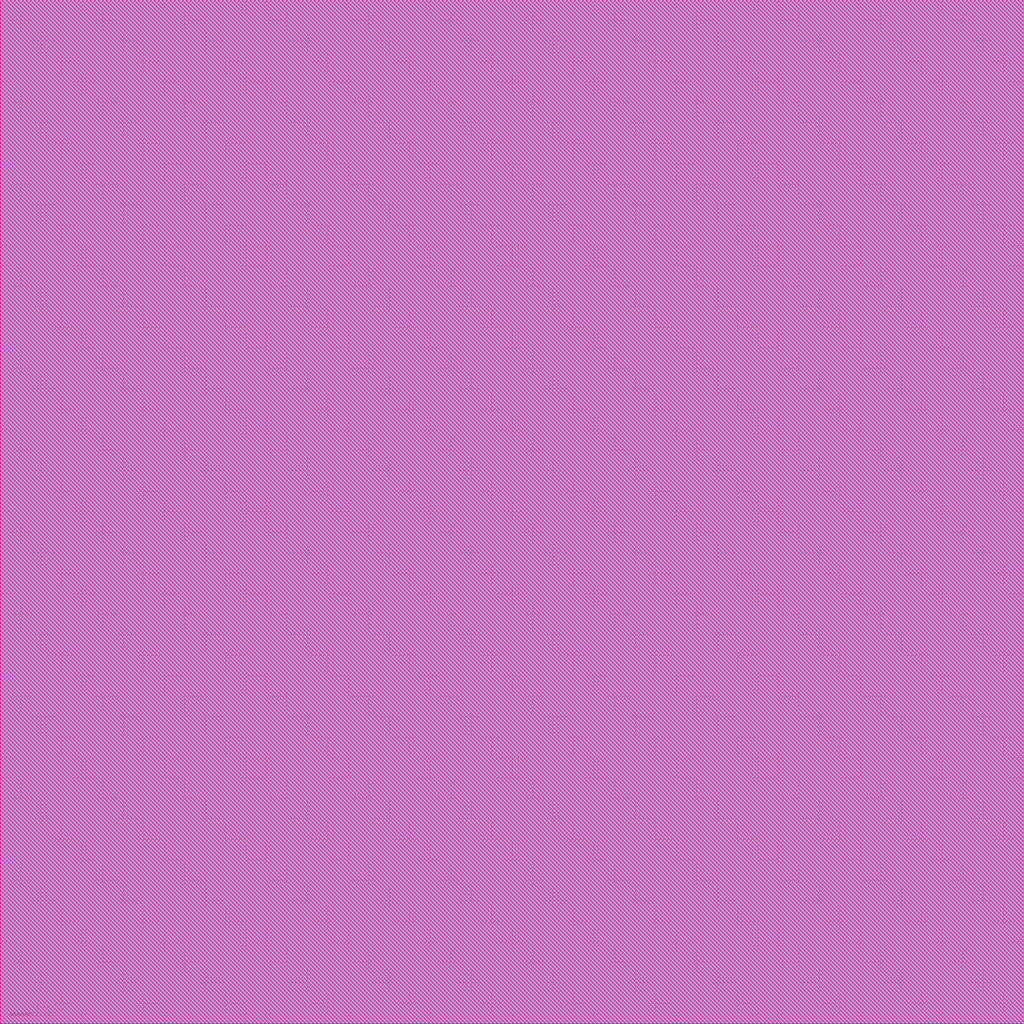
<source format=lef>
VERSION 5.7 ;
  DIVIDERCHAR "/" ;
  BUSBITCHARS "[]" ;
MACRO macro_nop
  CLASS BLOCK ;
  FOREIGN macro_nop ;
  ORIGIN 0.000 0.000 ;
  SIZE 100.0 BY 100.0 ;
  OBS
    LAYER li1 ;
    RECT 0 0 100.0 100.0 ;
    LAYER met1 ;
    RECT 0 0 100.0 100.0 ;
    LAYER met2 ;
    RECT 0 0 100.0 100.0 ;
    LAYER met3 ;
    RECT 0 0 100.0 100.0 ;
    LAYER met4 ;
    RECT 0 0 100.0 100.0 ;
    LAYER met5 ;
    RECT 0 0 100.0 100.0 ;
  END
END macro_nop
END LIBRARY

</source>
